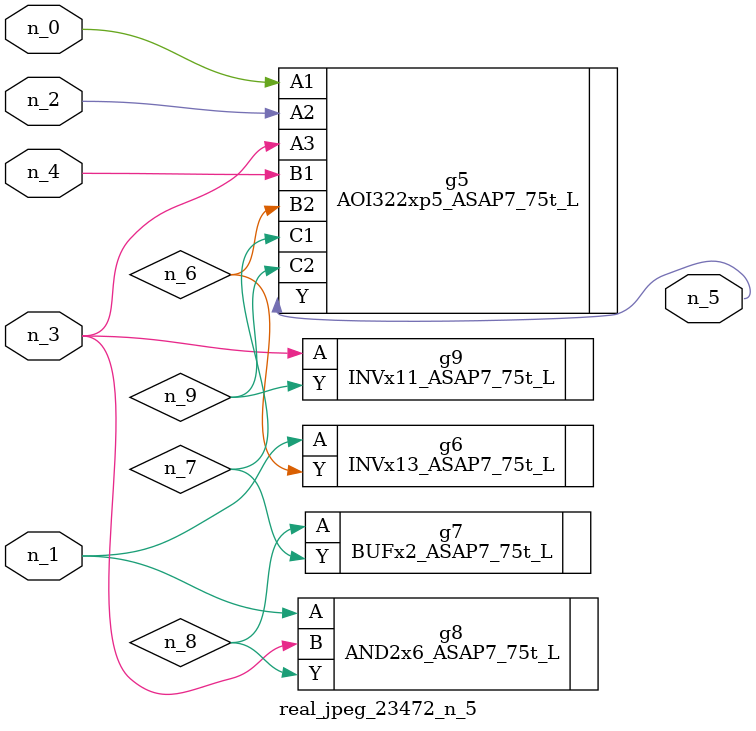
<source format=v>
module real_jpeg_23472_n_5 (n_4, n_0, n_1, n_2, n_3, n_5);

input n_4;
input n_0;
input n_1;
input n_2;
input n_3;

output n_5;

wire n_8;
wire n_6;
wire n_7;
wire n_9;

AOI322xp5_ASAP7_75t_L g5 ( 
.A1(n_0),
.A2(n_2),
.A3(n_3),
.B1(n_4),
.B2(n_6),
.C1(n_7),
.C2(n_9),
.Y(n_5)
);

INVx13_ASAP7_75t_L g6 ( 
.A(n_1),
.Y(n_6)
);

AND2x6_ASAP7_75t_L g8 ( 
.A(n_1),
.B(n_3),
.Y(n_8)
);

INVx11_ASAP7_75t_L g9 ( 
.A(n_3),
.Y(n_9)
);

BUFx2_ASAP7_75t_L g7 ( 
.A(n_8),
.Y(n_7)
);


endmodule
</source>
